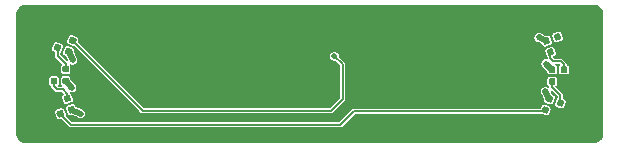
<source format=gbr>
%TF.GenerationSoftware,KiCad,Pcbnew,9.0.0-rc3*%
%TF.CreationDate,2025-06-04T22:11:30-04:00*%
%TF.ProjectId,rgb_led,7267625f-6c65-4642-9e6b-696361645f70,rev?*%
%TF.SameCoordinates,Original*%
%TF.FileFunction,Copper,L2,Bot*%
%TF.FilePolarity,Positive*%
%FSLAX46Y46*%
G04 Gerber Fmt 4.6, Leading zero omitted, Abs format (unit mm)*
G04 Created by KiCad (PCBNEW 9.0.0-rc3) date 2025-06-04 22:11:30*
%MOMM*%
%LPD*%
G01*
G04 APERTURE LIST*
%TA.AperFunction,ViaPad*%
%ADD10C,0.508000*%
%TD*%
%TA.AperFunction,Conductor*%
%ADD11C,0.500000*%
%TD*%
%TA.AperFunction,Conductor*%
%ADD12C,0.200000*%
%TD*%
G04 APERTURE END LIST*
%TA.AperFunction,SMDPad,CuDef*%
G36*
G01*
X123876311Y-90813628D02*
X124007989Y-91175410D01*
G75*
G02*
X123958681Y-91281152I-77525J-28217D01*
G01*
X123596899Y-91412830D01*
G75*
G02*
X123491157Y-91363522I-28217J77525D01*
G01*
X123359479Y-91001740D01*
G75*
G02*
X123408787Y-90895998I77525J28217D01*
G01*
X123770569Y-90764320D01*
G75*
G02*
X123876311Y-90813628I28217J-77525D01*
G01*
G37*
%TD.AperFunction*%
%TA.AperFunction,SMDPad,CuDef*%
G36*
G01*
X124218331Y-91753320D02*
X124350009Y-92115102D01*
G75*
G02*
X124300701Y-92220844I-77525J-28217D01*
G01*
X123938919Y-92352522D01*
G75*
G02*
X123833177Y-92303214I-28217J77525D01*
G01*
X123701499Y-91941432D01*
G75*
G02*
X123750807Y-91835690I77525J28217D01*
G01*
X124112589Y-91704012D01*
G75*
G02*
X124218331Y-91753320I28217J-77525D01*
G01*
G37*
%TD.AperFunction*%
%TA.AperFunction,SMDPad,CuDef*%
G36*
G01*
X123278639Y-92095340D02*
X123410317Y-92457122D01*
G75*
G02*
X123361009Y-92562864I-77525J-28217D01*
G01*
X122999227Y-92694542D01*
G75*
G02*
X122893485Y-92645234I-28217J77525D01*
G01*
X122761807Y-92283452D01*
G75*
G02*
X122811115Y-92177710I77525J28217D01*
G01*
X123172897Y-92046032D01*
G75*
G02*
X123278639Y-92095340I28217J-77525D01*
G01*
G37*
%TD.AperFunction*%
%TA.AperFunction,SMDPad,CuDef*%
G36*
G01*
X122936619Y-91155648D02*
X123068297Y-91517430D01*
G75*
G02*
X123018989Y-91623172I-77525J-28217D01*
G01*
X122657207Y-91754850D01*
G75*
G02*
X122551465Y-91705542I-28217J77525D01*
G01*
X122419787Y-91343760D01*
G75*
G02*
X122469095Y-91238018I77525J28217D01*
G01*
X122830877Y-91106340D01*
G75*
G02*
X122936619Y-91155648I28217J-77525D01*
G01*
G37*
%TD.AperFunction*%
%TA.AperFunction,SMDPad,CuDef*%
G36*
G01*
X123816726Y-88400193D02*
X123816726Y-88785193D01*
G75*
G02*
X123734226Y-88867693I-82500J0D01*
G01*
X123349226Y-88867693D01*
G75*
G02*
X123266726Y-88785193I0J82500D01*
G01*
X123266726Y-88400193D01*
G75*
G02*
X123349226Y-88317693I82500J0D01*
G01*
X123734226Y-88317693D01*
G75*
G02*
X123816726Y-88400193I0J-82500D01*
G01*
G37*
%TD.AperFunction*%
%TA.AperFunction,SMDPad,CuDef*%
G36*
G01*
X123816726Y-89400193D02*
X123816726Y-89785193D01*
G75*
G02*
X123734226Y-89867693I-82500J0D01*
G01*
X123349226Y-89867693D01*
G75*
G02*
X123266726Y-89785193I0J82500D01*
G01*
X123266726Y-89400193D01*
G75*
G02*
X123349226Y-89317693I82500J0D01*
G01*
X123734226Y-89317693D01*
G75*
G02*
X123816726Y-89400193I0J-82500D01*
G01*
G37*
%TD.AperFunction*%
%TA.AperFunction,SMDPad,CuDef*%
G36*
G01*
X122816726Y-89400193D02*
X122816726Y-89785193D01*
G75*
G02*
X122734226Y-89867693I-82500J0D01*
G01*
X122349226Y-89867693D01*
G75*
G02*
X122266726Y-89785193I0J82500D01*
G01*
X122266726Y-89400193D01*
G75*
G02*
X122349226Y-89317693I82500J0D01*
G01*
X122734226Y-89317693D01*
G75*
G02*
X122816726Y-89400193I0J-82500D01*
G01*
G37*
%TD.AperFunction*%
%TA.AperFunction,SMDPad,CuDef*%
G36*
G01*
X122816726Y-88400193D02*
X122816726Y-88785193D01*
G75*
G02*
X122734226Y-88867693I-82500J0D01*
G01*
X122349226Y-88867693D01*
G75*
G02*
X122266726Y-88785193I0J82500D01*
G01*
X122266726Y-88400193D01*
G75*
G02*
X122349226Y-88317693I82500J0D01*
G01*
X122734226Y-88317693D01*
G75*
G02*
X122816726Y-88400193I0J-82500D01*
G01*
G37*
%TD.AperFunction*%
%TA.AperFunction,SMDPad,CuDef*%
G36*
G01*
X163819835Y-92141256D02*
X163951513Y-91779474D01*
G75*
G02*
X164057255Y-91730166I77525J-28217D01*
G01*
X164419037Y-91861844D01*
G75*
G02*
X164468345Y-91967586I-28217J-77525D01*
G01*
X164336667Y-92329368D01*
G75*
G02*
X164230925Y-92378676I-77525J28217D01*
G01*
X163869143Y-92246998D01*
G75*
G02*
X163819835Y-92141256I28217J77525D01*
G01*
G37*
%TD.AperFunction*%
%TA.AperFunction,SMDPad,CuDef*%
G36*
G01*
X164161855Y-91201564D02*
X164293533Y-90839782D01*
G75*
G02*
X164399275Y-90790474I77525J-28217D01*
G01*
X164761057Y-90922152D01*
G75*
G02*
X164810365Y-91027894I-28217J-77525D01*
G01*
X164678687Y-91389676D01*
G75*
G02*
X164572945Y-91438984I-77525J28217D01*
G01*
X164211163Y-91307306D01*
G75*
G02*
X164161855Y-91201564I28217J77525D01*
G01*
G37*
%TD.AperFunction*%
%TA.AperFunction,SMDPad,CuDef*%
G36*
G01*
X165101547Y-91543584D02*
X165233225Y-91181802D01*
G75*
G02*
X165338967Y-91132494I77525J-28217D01*
G01*
X165700749Y-91264172D01*
G75*
G02*
X165750057Y-91369914I-28217J-77525D01*
G01*
X165618379Y-91731696D01*
G75*
G02*
X165512637Y-91781004I-77525J28217D01*
G01*
X165150855Y-91649326D01*
G75*
G02*
X165101547Y-91543584I28217J77525D01*
G01*
G37*
%TD.AperFunction*%
%TA.AperFunction,SMDPad,CuDef*%
G36*
G01*
X164759527Y-92483276D02*
X164891205Y-92121494D01*
G75*
G02*
X164996947Y-92072186I77525J-28217D01*
G01*
X165358729Y-92203864D01*
G75*
G02*
X165408037Y-92309606I-28217J-77525D01*
G01*
X165276359Y-92671388D01*
G75*
G02*
X165170617Y-92720696I-77525J28217D01*
G01*
X164808835Y-92589018D01*
G75*
G02*
X164759527Y-92483276I28217J77525D01*
G01*
G37*
%TD.AperFunction*%
%TA.AperFunction,SMDPad,CuDef*%
G36*
G01*
X164450912Y-89837498D02*
X164450912Y-89452498D01*
G75*
G02*
X164533412Y-89369998I82500J0D01*
G01*
X164918412Y-89369998D01*
G75*
G02*
X165000912Y-89452498I0J-82500D01*
G01*
X165000912Y-89837498D01*
G75*
G02*
X164918412Y-89919998I-82500J0D01*
G01*
X164533412Y-89919998D01*
G75*
G02*
X164450912Y-89837498I0J82500D01*
G01*
G37*
%TD.AperFunction*%
%TA.AperFunction,SMDPad,CuDef*%
G36*
G01*
X164450912Y-88837498D02*
X164450912Y-88452498D01*
G75*
G02*
X164533412Y-88369998I82500J0D01*
G01*
X164918412Y-88369998D01*
G75*
G02*
X165000912Y-88452498I0J-82500D01*
G01*
X165000912Y-88837498D01*
G75*
G02*
X164918412Y-88919998I-82500J0D01*
G01*
X164533412Y-88919998D01*
G75*
G02*
X164450912Y-88837498I0J82500D01*
G01*
G37*
%TD.AperFunction*%
%TA.AperFunction,SMDPad,CuDef*%
G36*
G01*
X165450912Y-88837498D02*
X165450912Y-88452498D01*
G75*
G02*
X165533412Y-88369998I82500J0D01*
G01*
X165918412Y-88369998D01*
G75*
G02*
X166000912Y-88452498I0J-82500D01*
G01*
X166000912Y-88837498D01*
G75*
G02*
X165918412Y-88919998I-82500J0D01*
G01*
X165533412Y-88919998D01*
G75*
G02*
X165450912Y-88837498I0J82500D01*
G01*
G37*
%TD.AperFunction*%
%TA.AperFunction,SMDPad,CuDef*%
G36*
G01*
X165450912Y-89837498D02*
X165450912Y-89452498D01*
G75*
G02*
X165533412Y-89369998I82500J0D01*
G01*
X165918412Y-89369998D01*
G75*
G02*
X166000912Y-89452498I0J-82500D01*
G01*
X166000912Y-89837498D01*
G75*
G02*
X165918412Y-89919998I-82500J0D01*
G01*
X165533412Y-89919998D01*
G75*
G02*
X165450912Y-89837498I0J82500D01*
G01*
G37*
%TD.AperFunction*%
%TA.AperFunction,SMDPad,CuDef*%
G36*
G01*
X124459641Y-86091787D02*
X124327963Y-86453569D01*
G75*
G02*
X124222221Y-86502877I-77525J28217D01*
G01*
X123860439Y-86371199D01*
G75*
G02*
X123811131Y-86265457I28217J77525D01*
G01*
X123942809Y-85903675D01*
G75*
G02*
X124048551Y-85854367I77525J-28217D01*
G01*
X124410333Y-85986045D01*
G75*
G02*
X124459641Y-86091787I-28217J-77525D01*
G01*
G37*
%TD.AperFunction*%
%TA.AperFunction,SMDPad,CuDef*%
G36*
G01*
X124117621Y-87031479D02*
X123985943Y-87393261D01*
G75*
G02*
X123880201Y-87442569I-77525J28217D01*
G01*
X123518419Y-87310891D01*
G75*
G02*
X123469111Y-87205149I28217J77525D01*
G01*
X123600789Y-86843367D01*
G75*
G02*
X123706531Y-86794059I77525J-28217D01*
G01*
X124068313Y-86925737D01*
G75*
G02*
X124117621Y-87031479I-28217J-77525D01*
G01*
G37*
%TD.AperFunction*%
%TA.AperFunction,SMDPad,CuDef*%
G36*
G01*
X123177929Y-86689459D02*
X123046251Y-87051241D01*
G75*
G02*
X122940509Y-87100549I-77525J28217D01*
G01*
X122578727Y-86968871D01*
G75*
G02*
X122529419Y-86863129I28217J77525D01*
G01*
X122661097Y-86501347D01*
G75*
G02*
X122766839Y-86452039I77525J-28217D01*
G01*
X123128621Y-86583717D01*
G75*
G02*
X123177929Y-86689459I-28217J-77525D01*
G01*
G37*
%TD.AperFunction*%
%TA.AperFunction,SMDPad,CuDef*%
G36*
G01*
X123519949Y-85749767D02*
X123388271Y-86111549D01*
G75*
G02*
X123282529Y-86160857I-77525J28217D01*
G01*
X122920747Y-86029179D01*
G75*
G02*
X122871439Y-85923437I28217J77525D01*
G01*
X123003117Y-85561655D01*
G75*
G02*
X123108859Y-85512347I77525J-28217D01*
G01*
X123470641Y-85644025D01*
G75*
G02*
X123519949Y-85749767I-28217J-77525D01*
G01*
G37*
%TD.AperFunction*%
%TA.AperFunction,SMDPad,CuDef*%
G36*
G01*
X164381820Y-87432902D02*
X164250142Y-87071120D01*
G75*
G02*
X164299450Y-86965378I77525J28217D01*
G01*
X164661232Y-86833700D01*
G75*
G02*
X164766974Y-86883008I28217J-77525D01*
G01*
X164898652Y-87244790D01*
G75*
G02*
X164849344Y-87350532I-77525J-28217D01*
G01*
X164487562Y-87482210D01*
G75*
G02*
X164381820Y-87432902I-28217J77525D01*
G01*
G37*
%TD.AperFunction*%
%TA.AperFunction,SMDPad,CuDef*%
G36*
G01*
X164039800Y-86493210D02*
X163908122Y-86131428D01*
G75*
G02*
X163957430Y-86025686I77525J28217D01*
G01*
X164319212Y-85894008D01*
G75*
G02*
X164424954Y-85943316I28217J-77525D01*
G01*
X164556632Y-86305098D01*
G75*
G02*
X164507324Y-86410840I-77525J-28217D01*
G01*
X164145542Y-86542518D01*
G75*
G02*
X164039800Y-86493210I-28217J77525D01*
G01*
G37*
%TD.AperFunction*%
%TA.AperFunction,SMDPad,CuDef*%
G36*
G01*
X164979492Y-86151190D02*
X164847814Y-85789408D01*
G75*
G02*
X164897122Y-85683666I77525J28217D01*
G01*
X165258904Y-85551988D01*
G75*
G02*
X165364646Y-85601296I28217J-77525D01*
G01*
X165496324Y-85963078D01*
G75*
G02*
X165447016Y-86068820I-77525J-28217D01*
G01*
X165085234Y-86200498D01*
G75*
G02*
X164979492Y-86151190I-28217J77525D01*
G01*
G37*
%TD.AperFunction*%
%TA.AperFunction,SMDPad,CuDef*%
G36*
G01*
X165321512Y-87090882D02*
X165189834Y-86729100D01*
G75*
G02*
X165239142Y-86623358I77525J28217D01*
G01*
X165600924Y-86491680D01*
G75*
G02*
X165706666Y-86540988I28217J-77525D01*
G01*
X165838344Y-86902770D01*
G75*
G02*
X165789036Y-87008512I-77525J-28217D01*
G01*
X165427254Y-87140190D01*
G75*
G02*
X165321512Y-87090882I-28217J77525D01*
G01*
G37*
%TD.AperFunction*%
D10*
X164188897Y-88118593D03*
X124069891Y-90157297D03*
X124794451Y-92358275D03*
X163599999Y-85900001D03*
X124138488Y-87833574D03*
X164163737Y-90456917D03*
X165428391Y-93140125D03*
X122799999Y-85100001D03*
X121981970Y-88047940D03*
X142999999Y-86400001D03*
X166299999Y-90200001D03*
X122020276Y-91105586D03*
X142069999Y-84200001D03*
X166199999Y-87100001D03*
X144200000Y-89000000D03*
X146296203Y-87492995D03*
D11*
X124138488Y-87833574D02*
X123793366Y-87118314D01*
X163599999Y-85900001D02*
X164232377Y-86218263D01*
X164163737Y-90456917D02*
X164486110Y-91114729D01*
X124069891Y-90157297D02*
X123541726Y-89592693D01*
X164188897Y-88118593D02*
X164725912Y-88644998D01*
X124794451Y-92358275D02*
X124025754Y-92028267D01*
X122020276Y-91105586D02*
X122744042Y-91430595D01*
X121981970Y-88047940D02*
X122541726Y-88592693D01*
X165428391Y-93140125D02*
X165083782Y-92396441D01*
X166199999Y-87100001D02*
X165514089Y-86815935D01*
X166299999Y-90200001D02*
X165725912Y-89644998D01*
X122799999Y-85100001D02*
X123195694Y-85836602D01*
D12*
X124135386Y-86178622D02*
X130056765Y-92100001D01*
X130056765Y-92100001D02*
X145999999Y-92100001D01*
X145999999Y-92100001D02*
X146999999Y-91100001D01*
X146999999Y-88196791D02*
X146296203Y-87492995D01*
X146999999Y-91100001D02*
X146999999Y-88196791D01*
X122853674Y-86776294D02*
X122853674Y-87453676D01*
X122853674Y-87453676D02*
X123541726Y-88141728D01*
X123541726Y-88141728D02*
X123541726Y-88592693D01*
X122541726Y-89592693D02*
X122541726Y-90041728D01*
X123299999Y-90300001D02*
X123683734Y-90683736D01*
X122799999Y-90300001D02*
X123299999Y-90300001D01*
X122541726Y-90041728D02*
X122799999Y-90300001D01*
X123683734Y-90683736D02*
X123683734Y-91088575D01*
X146799999Y-93300001D02*
X147927389Y-92172611D01*
X147927389Y-92172611D02*
X164025900Y-92172611D01*
X124015776Y-93300001D02*
X146799999Y-93300001D01*
X123086062Y-92370287D02*
X124015776Y-93300001D01*
X164025900Y-92172611D02*
X164144090Y-92054421D01*
X165425802Y-90825804D02*
X164725912Y-90125914D01*
X165425802Y-91456749D02*
X165425802Y-90825804D01*
X164725912Y-90125914D02*
X164725912Y-89644998D01*
X164830526Y-87930528D02*
X164574397Y-87674399D01*
X165725912Y-88644998D02*
X165725912Y-88187226D01*
X164574397Y-87674399D02*
X164574397Y-87157955D01*
X165469214Y-87930528D02*
X164830526Y-87930528D01*
X165725912Y-88187226D02*
X165469214Y-87930528D01*
%TA.AperFunction,Conductor*%
G36*
X168170898Y-83127501D02*
G01*
X168196931Y-83127501D01*
X168203055Y-83127802D01*
X168364091Y-83143662D01*
X168376100Y-83146051D01*
X168528007Y-83192131D01*
X168539317Y-83196816D01*
X168679303Y-83271640D01*
X168689491Y-83278447D01*
X168812191Y-83379145D01*
X168820854Y-83387808D01*
X168921552Y-83510508D01*
X168928359Y-83520696D01*
X169003181Y-83660678D01*
X169007870Y-83671997D01*
X169053947Y-83823895D01*
X169056337Y-83835912D01*
X169072198Y-83996943D01*
X169072499Y-84003069D01*
X169072500Y-93970899D01*
X169072500Y-93996930D01*
X169072199Y-94003056D01*
X169056338Y-94164088D01*
X169053948Y-94176105D01*
X169007871Y-94328002D01*
X169003182Y-94339321D01*
X168928358Y-94479307D01*
X168921551Y-94489494D01*
X168820856Y-94612192D01*
X168812192Y-94620856D01*
X168689494Y-94721551D01*
X168679307Y-94728358D01*
X168539321Y-94803182D01*
X168528002Y-94807871D01*
X168376105Y-94853948D01*
X168364088Y-94856338D01*
X168203056Y-94872199D01*
X168196930Y-94872500D01*
X120203070Y-94872500D01*
X120196944Y-94872199D01*
X120035911Y-94856338D01*
X120023894Y-94853948D01*
X119871997Y-94807871D01*
X119860678Y-94803182D01*
X119720692Y-94728358D01*
X119710505Y-94721551D01*
X119587807Y-94620856D01*
X119579143Y-94612192D01*
X119478445Y-94489490D01*
X119471644Y-94479311D01*
X119396815Y-94339317D01*
X119392130Y-94328007D01*
X119346050Y-94176101D01*
X119343661Y-94164088D01*
X119337215Y-94098643D01*
X119327801Y-94003056D01*
X119327500Y-93996930D01*
X119327500Y-92245896D01*
X122625422Y-92245896D01*
X122634923Y-92307624D01*
X122634923Y-92307626D01*
X122634924Y-92307627D01*
X122780747Y-92708271D01*
X122813149Y-92761671D01*
X122843317Y-92783790D01*
X122880522Y-92811069D01*
X122961671Y-92830927D01*
X123023399Y-92821426D01*
X123126799Y-92783790D01*
X123174588Y-92785876D01*
X123192369Y-92798327D01*
X123822911Y-93428869D01*
X123886908Y-93492866D01*
X123886909Y-93492866D01*
X123886911Y-93492868D01*
X123970520Y-93527500D01*
X123970523Y-93527501D01*
X146845252Y-93527501D01*
X146873123Y-93515956D01*
X146928863Y-93492868D01*
X146928863Y-93492867D01*
X146928867Y-93492866D01*
X148003316Y-92418417D01*
X148047510Y-92400111D01*
X163906014Y-92400111D01*
X163927390Y-92403880D01*
X163970718Y-92419650D01*
X164206753Y-92505559D01*
X164268481Y-92515061D01*
X164349630Y-92495203D01*
X164417004Y-92445804D01*
X164449403Y-92392411D01*
X164595228Y-91991758D01*
X164604730Y-91930030D01*
X164584872Y-91848881D01*
X164535473Y-91781507D01*
X164535470Y-91781505D01*
X164535469Y-91781504D01*
X164482080Y-91749108D01*
X164081426Y-91603282D01*
X164019703Y-91593781D01*
X164019698Y-91593781D01*
X163938549Y-91613639D01*
X163871178Y-91663036D01*
X163871173Y-91663041D01*
X163838777Y-91716430D01*
X163770513Y-91903987D01*
X163738196Y-91939255D01*
X163711782Y-91945111D01*
X147882133Y-91945111D01*
X147805695Y-91976773D01*
X147805696Y-91976774D01*
X147798521Y-91979745D01*
X147798519Y-91979747D01*
X146724072Y-93054195D01*
X146679878Y-93072501D01*
X124135897Y-93072501D01*
X124091703Y-93054195D01*
X123563808Y-92526300D01*
X123546230Y-92491616D01*
X123537201Y-92432950D01*
X123391375Y-92032299D01*
X123358976Y-91978904D01*
X123358974Y-91978902D01*
X123330061Y-91957703D01*
X123291602Y-91929505D01*
X123210453Y-91909647D01*
X123148725Y-91919148D01*
X123148723Y-91919148D01*
X123148721Y-91919149D01*
X122748077Y-92064972D01*
X122694677Y-92097374D01*
X122645280Y-92164746D01*
X122629589Y-92228869D01*
X122625422Y-92245896D01*
X119327500Y-92245896D01*
X119327500Y-91903876D01*
X123565114Y-91903876D01*
X123574615Y-91965604D01*
X123574615Y-91965606D01*
X123574616Y-91965607D01*
X123720439Y-92366251D01*
X123720440Y-92366253D01*
X123720441Y-92366255D01*
X123746077Y-92408504D01*
X123752841Y-92419651D01*
X123786527Y-92444349D01*
X123820214Y-92469049D01*
X123901363Y-92488907D01*
X123963091Y-92479406D01*
X123963095Y-92479404D01*
X123963098Y-92479404D01*
X123963100Y-92479403D01*
X124024557Y-92457034D01*
X124070590Y-92458333D01*
X124383160Y-92592522D01*
X124548604Y-92663549D01*
X124590430Y-92681505D01*
X124597023Y-92684809D01*
X124627132Y-92702191D01*
X124647197Y-92713776D01*
X124706576Y-92729686D01*
X124744221Y-92739774D01*
X124744224Y-92739774D01*
X124744226Y-92739775D01*
X124744227Y-92739775D01*
X124844675Y-92739775D01*
X124844676Y-92739775D01*
X124941705Y-92713776D01*
X125028698Y-92663551D01*
X125099727Y-92592522D01*
X125149952Y-92505529D01*
X125175951Y-92408500D01*
X125175951Y-92308050D01*
X125171882Y-92292866D01*
X125154734Y-92228869D01*
X125149952Y-92211021D01*
X125099727Y-92124028D01*
X125028698Y-92052999D01*
X124941705Y-92002774D01*
X124941702Y-92002772D01*
X124897085Y-91990817D01*
X124888606Y-91987878D01*
X124381024Y-91769969D01*
X124347636Y-91735714D01*
X124346949Y-91733914D01*
X124331068Y-91690282D01*
X124331067Y-91690279D01*
X124298668Y-91636884D01*
X124298666Y-91636882D01*
X124231294Y-91587485D01*
X124150145Y-91567627D01*
X124088417Y-91577128D01*
X124088415Y-91577128D01*
X124088413Y-91577129D01*
X123687769Y-91722952D01*
X123634369Y-91755354D01*
X123584972Y-91822726D01*
X123566667Y-91897531D01*
X123565114Y-91903876D01*
X119327500Y-91903876D01*
X119327500Y-89379509D01*
X122139226Y-89379509D01*
X122139226Y-89805873D01*
X122139227Y-89805877D01*
X122151409Y-89867129D01*
X122151410Y-89867131D01*
X122197825Y-89936594D01*
X122267288Y-89983009D01*
X122267292Y-89983009D01*
X122272973Y-89985363D01*
X122271990Y-89987735D01*
X122303684Y-90008901D01*
X122314226Y-90043637D01*
X122314226Y-90086983D01*
X122348858Y-90170592D01*
X122348860Y-90170595D01*
X122348861Y-90170596D01*
X122607134Y-90428869D01*
X122671131Y-90492866D01*
X122671132Y-90492866D01*
X122671134Y-90492868D01*
X122754743Y-90527500D01*
X122754746Y-90527501D01*
X123179878Y-90527501D01*
X123224072Y-90545807D01*
X123361606Y-90683341D01*
X123379912Y-90727535D01*
X123361606Y-90771729D01*
X123348131Y-90781275D01*
X123348371Y-90781670D01*
X123345749Y-90783260D01*
X123345746Y-90783262D01*
X123304192Y-90808475D01*
X123292349Y-90815662D01*
X123242952Y-90883034D01*
X123242952Y-90883035D01*
X123223094Y-90964184D01*
X123232595Y-91025912D01*
X123232595Y-91025914D01*
X123232596Y-91025915D01*
X123378419Y-91426559D01*
X123378420Y-91426561D01*
X123378421Y-91426563D01*
X123410820Y-91479958D01*
X123478194Y-91529357D01*
X123559343Y-91549215D01*
X123621071Y-91539714D01*
X124021722Y-91393888D01*
X124075117Y-91361489D01*
X124124516Y-91294115D01*
X124144374Y-91212966D01*
X124134873Y-91151238D01*
X123989047Y-90750587D01*
X123956648Y-90697192D01*
X123956300Y-90696937D01*
X123936752Y-90682604D01*
X123914857Y-90653241D01*
X123911234Y-90643106D01*
X123911234Y-90638483D01*
X123899161Y-90609337D01*
X123898641Y-90607882D01*
X123899750Y-90585421D01*
X123899750Y-90562924D01*
X123900919Y-90561754D01*
X123901001Y-90560105D01*
X123917664Y-90545009D01*
X123933575Y-90529100D01*
X123935356Y-90528983D01*
X123936453Y-90527990D01*
X123944469Y-90528385D01*
X123973668Y-90526472D01*
X123983477Y-90529100D01*
X124019661Y-90538796D01*
X124019664Y-90538796D01*
X124019666Y-90538797D01*
X124019667Y-90538797D01*
X124120115Y-90538797D01*
X124120116Y-90538797D01*
X124217145Y-90512798D01*
X124304138Y-90462573D01*
X124375167Y-90391544D01*
X124425392Y-90304551D01*
X124451391Y-90207522D01*
X124451391Y-90107072D01*
X124450022Y-90101964D01*
X124438150Y-90057655D01*
X124425392Y-90010043D01*
X124375167Y-89923050D01*
X124304138Y-89852021D01*
X124304137Y-89852020D01*
X124300886Y-89849525D01*
X124301107Y-89849235D01*
X124291497Y-89841602D01*
X123961083Y-89488392D01*
X123944225Y-89445695D01*
X123944225Y-89379512D01*
X123944225Y-89379510D01*
X123932042Y-89318255D01*
X123885627Y-89248792D01*
X123816164Y-89202377D01*
X123816163Y-89202376D01*
X123767092Y-89192616D01*
X123754909Y-89190193D01*
X123754908Y-89190193D01*
X123328545Y-89190193D01*
X123328541Y-89190194D01*
X123267289Y-89202376D01*
X123267288Y-89202377D01*
X123197825Y-89248792D01*
X123151409Y-89318255D01*
X123139226Y-89379509D01*
X123139226Y-89805873D01*
X123139227Y-89805877D01*
X123151409Y-89867129D01*
X123151410Y-89867131D01*
X123197825Y-89936594D01*
X123229912Y-89958034D01*
X123256487Y-89997808D01*
X123247155Y-90044725D01*
X123207381Y-90071300D01*
X123195188Y-90072501D01*
X122920120Y-90072501D01*
X122875926Y-90054195D01*
X122863166Y-90041435D01*
X122844860Y-89997241D01*
X122863166Y-89953047D01*
X122872637Y-89945274D01*
X122874544Y-89943999D01*
X122885627Y-89936594D01*
X122932042Y-89867131D01*
X122944226Y-89805876D01*
X122944225Y-89379511D01*
X122932042Y-89318255D01*
X122885627Y-89248792D01*
X122816164Y-89202377D01*
X122816163Y-89202376D01*
X122767092Y-89192616D01*
X122754909Y-89190193D01*
X122754908Y-89190193D01*
X122328545Y-89190193D01*
X122328541Y-89190194D01*
X122267289Y-89202376D01*
X122267288Y-89202377D01*
X122197825Y-89248792D01*
X122151409Y-89318255D01*
X122139226Y-89379509D01*
X119327500Y-89379509D01*
X119327500Y-86900680D01*
X122393034Y-86900680D01*
X122393034Y-86900685D01*
X122412892Y-86981834D01*
X122462291Y-87049208D01*
X122462293Y-87049209D01*
X122462294Y-87049210D01*
X122472909Y-87055651D01*
X122515684Y-87081607D01*
X122580394Y-87105159D01*
X122585049Y-87106853D01*
X122620318Y-87139170D01*
X122626174Y-87165584D01*
X122626174Y-87498931D01*
X122660806Y-87582540D01*
X122660810Y-87582545D01*
X123221442Y-88143177D01*
X123239748Y-88187371D01*
X123221442Y-88231565D01*
X123211974Y-88239336D01*
X123197826Y-88248790D01*
X123151409Y-88318255D01*
X123139226Y-88379509D01*
X123139226Y-88805873D01*
X123139227Y-88805877D01*
X123151409Y-88867129D01*
X123151410Y-88867131D01*
X123197825Y-88936594D01*
X123267288Y-88983009D01*
X123328543Y-88995193D01*
X123754908Y-88995192D01*
X123816164Y-88983009D01*
X123885627Y-88936594D01*
X123932042Y-88867131D01*
X123944226Y-88805876D01*
X123944225Y-88379511D01*
X123932042Y-88318255D01*
X123920576Y-88301095D01*
X123903258Y-88275177D01*
X123893925Y-88228261D01*
X123920500Y-88188487D01*
X123967416Y-88179154D01*
X123986471Y-88186325D01*
X123991234Y-88189075D01*
X124050613Y-88204985D01*
X124088258Y-88215073D01*
X124088261Y-88215073D01*
X124088263Y-88215074D01*
X124088264Y-88215074D01*
X124188712Y-88215074D01*
X124188713Y-88215074D01*
X124285742Y-88189075D01*
X124372735Y-88138850D01*
X124443764Y-88067821D01*
X124493989Y-87980828D01*
X124519988Y-87883799D01*
X124519988Y-87783349D01*
X124493989Y-87686320D01*
X124450054Y-87610222D01*
X124447896Y-87606143D01*
X124439204Y-87588128D01*
X124229207Y-87152915D01*
X124226490Y-87105159D01*
X124226768Y-87104378D01*
X124244502Y-87055656D01*
X124244504Y-87055651D01*
X124254006Y-86993923D01*
X124234148Y-86912774D01*
X124184749Y-86845400D01*
X124184746Y-86845398D01*
X124184745Y-86845397D01*
X124131356Y-86813001D01*
X123730702Y-86667175D01*
X123668979Y-86657674D01*
X123668974Y-86657674D01*
X123587825Y-86677532D01*
X123520454Y-86726929D01*
X123520449Y-86726934D01*
X123488053Y-86780323D01*
X123342227Y-87180977D01*
X123332726Y-87242700D01*
X123332726Y-87242705D01*
X123352584Y-87323854D01*
X123401983Y-87391228D01*
X123455376Y-87423627D01*
X123511757Y-87444147D01*
X123546669Y-87475716D01*
X123620702Y-87629146D01*
X123712065Y-87818495D01*
X123714783Y-87866253D01*
X123682936Y-87901946D01*
X123635178Y-87904664D01*
X123611581Y-87889850D01*
X123099480Y-87377749D01*
X123081174Y-87333555D01*
X123081174Y-87232648D01*
X123099480Y-87188454D01*
X123106712Y-87182249D01*
X123126588Y-87167677D01*
X123158987Y-87114284D01*
X123304812Y-86713631D01*
X123314314Y-86651903D01*
X123294456Y-86570754D01*
X123245057Y-86503380D01*
X123245054Y-86503378D01*
X123245053Y-86503377D01*
X123191664Y-86470981D01*
X122882129Y-86358320D01*
X122791010Y-86325155D01*
X122729287Y-86315654D01*
X122729282Y-86315654D01*
X122648133Y-86335512D01*
X122580762Y-86384909D01*
X122580757Y-86384914D01*
X122548361Y-86438303D01*
X122402535Y-86838957D01*
X122393034Y-86900680D01*
X119327500Y-86900680D01*
X119327500Y-86303008D01*
X123674746Y-86303008D01*
X123674746Y-86303013D01*
X123694604Y-86384162D01*
X123744003Y-86451536D01*
X123797396Y-86483935D01*
X124198049Y-86629760D01*
X124256716Y-86638790D01*
X124291399Y-86656368D01*
X129863900Y-92228869D01*
X129927897Y-92292866D01*
X129927898Y-92292866D01*
X129927900Y-92292868D01*
X130011509Y-92327500D01*
X130011512Y-92327501D01*
X146045252Y-92327501D01*
X146092210Y-92308050D01*
X146128863Y-92292868D01*
X146128863Y-92292867D01*
X146128867Y-92292866D01*
X147192865Y-91228869D01*
X147227499Y-91145253D01*
X147227499Y-91054748D01*
X147227499Y-90406687D01*
X163782237Y-90406687D01*
X163782237Y-90507146D01*
X163808235Y-90604168D01*
X163808237Y-90604173D01*
X163855275Y-90685647D01*
X163857271Y-90689392D01*
X164049455Y-91081551D01*
X164052465Y-91129292D01*
X164052063Y-91130430D01*
X164034972Y-91177388D01*
X164034971Y-91177392D01*
X164025470Y-91239115D01*
X164025470Y-91239120D01*
X164045328Y-91320269D01*
X164094727Y-91387643D01*
X164148120Y-91420042D01*
X164548773Y-91565867D01*
X164610501Y-91575369D01*
X164691650Y-91555511D01*
X164759024Y-91506112D01*
X164791423Y-91452719D01*
X164937248Y-91052066D01*
X164946750Y-90990338D01*
X164926892Y-90909189D01*
X164877493Y-90841815D01*
X164877490Y-90841813D01*
X164877489Y-90841812D01*
X164824096Y-90809413D01*
X164765950Y-90788249D01*
X164731204Y-90757023D01*
X164656294Y-90604168D01*
X164604278Y-90498028D01*
X164601269Y-90450288D01*
X164632898Y-90414402D01*
X164680639Y-90411392D01*
X164704596Y-90426331D01*
X165179996Y-90901731D01*
X165198302Y-90945925D01*
X165198302Y-91000393D01*
X165179996Y-91044587D01*
X165172759Y-91050796D01*
X165152888Y-91065365D01*
X165152885Y-91065369D01*
X165120489Y-91118758D01*
X164974663Y-91519412D01*
X164965162Y-91581135D01*
X164965162Y-91581140D01*
X164985020Y-91662289D01*
X165034419Y-91729663D01*
X165034421Y-91729664D01*
X165034422Y-91729665D01*
X165044391Y-91735714D01*
X165087812Y-91762062D01*
X165488465Y-91907887D01*
X165550193Y-91917389D01*
X165631342Y-91897531D01*
X165698716Y-91848132D01*
X165731115Y-91794739D01*
X165876940Y-91394086D01*
X165886442Y-91332358D01*
X165866584Y-91251209D01*
X165817185Y-91183835D01*
X165817182Y-91183833D01*
X165817181Y-91183832D01*
X165763793Y-91151436D01*
X165694425Y-91126188D01*
X165659158Y-91093870D01*
X165653302Y-91067457D01*
X165653302Y-90780553D01*
X165653301Y-90780549D01*
X165645698Y-90762193D01*
X165618774Y-90697192D01*
X165618668Y-90696936D01*
X165028241Y-90106509D01*
X165009935Y-90062315D01*
X165028241Y-90018121D01*
X165037706Y-90010352D01*
X165069813Y-89988899D01*
X165116228Y-89919436D01*
X165128412Y-89858181D01*
X165128411Y-89431816D01*
X165116228Y-89370560D01*
X165069813Y-89301097D01*
X165000350Y-89254682D01*
X165000349Y-89254681D01*
X164951278Y-89244921D01*
X164939095Y-89242498D01*
X164939094Y-89242498D01*
X164512731Y-89242498D01*
X164512727Y-89242499D01*
X164451475Y-89254681D01*
X164451474Y-89254682D01*
X164382011Y-89301097D01*
X164335595Y-89370560D01*
X164323412Y-89431814D01*
X164323412Y-89858178D01*
X164323413Y-89858182D01*
X164335595Y-89919434D01*
X164335596Y-89919436D01*
X164382011Y-89988899D01*
X164451474Y-90035314D01*
X164451478Y-90035314D01*
X164457159Y-90037668D01*
X164456176Y-90040040D01*
X164463256Y-90044768D01*
X164480106Y-90051748D01*
X164482552Y-90057655D01*
X164487870Y-90061206D01*
X164498412Y-90095942D01*
X164498412Y-90101964D01*
X164480106Y-90146158D01*
X164435912Y-90164464D01*
X164401963Y-90152942D01*
X164401532Y-90153690D01*
X164397985Y-90151642D01*
X164397984Y-90151641D01*
X164310991Y-90101416D01*
X164310990Y-90101415D01*
X164310989Y-90101415D01*
X164213966Y-90075417D01*
X164213962Y-90075417D01*
X164113512Y-90075417D01*
X164113507Y-90075417D01*
X164016485Y-90101415D01*
X164016483Y-90101415D01*
X163929488Y-90151642D01*
X163858462Y-90222668D01*
X163808235Y-90309663D01*
X163808235Y-90309665D01*
X163782237Y-90406687D01*
X147227499Y-90406687D01*
X147227499Y-88151538D01*
X147223537Y-88141973D01*
X147193047Y-88068363D01*
X163807397Y-88068363D01*
X163807397Y-88168822D01*
X163833395Y-88265844D01*
X163833395Y-88265846D01*
X163883622Y-88352841D01*
X163954650Y-88423869D01*
X163963374Y-88428906D01*
X163975876Y-88438400D01*
X164304663Y-88760690D01*
X164323409Y-88804699D01*
X164323412Y-88805322D01*
X164323412Y-88858177D01*
X164323413Y-88858183D01*
X164335595Y-88919434D01*
X164335596Y-88919436D01*
X164382011Y-88988899D01*
X164451474Y-89035314D01*
X164512729Y-89047498D01*
X164939094Y-89047497D01*
X165000350Y-89035314D01*
X165069813Y-88988899D01*
X165116228Y-88919436D01*
X165128412Y-88858181D01*
X165128411Y-88431816D01*
X165116228Y-88370560D01*
X165069813Y-88301097D01*
X165069811Y-88301096D01*
X165069811Y-88301095D01*
X165027008Y-88272494D01*
X165000433Y-88232720D01*
X165009766Y-88185804D01*
X165049540Y-88159229D01*
X165061732Y-88158028D01*
X165349093Y-88158028D01*
X165393287Y-88176334D01*
X165409709Y-88192756D01*
X165428015Y-88236950D01*
X165409709Y-88281144D01*
X165400239Y-88288916D01*
X165382012Y-88301095D01*
X165335595Y-88370560D01*
X165323412Y-88431814D01*
X165323412Y-88858178D01*
X165323413Y-88858182D01*
X165335595Y-88919434D01*
X165335596Y-88919436D01*
X165382011Y-88988899D01*
X165451474Y-89035314D01*
X165512729Y-89047498D01*
X165939094Y-89047497D01*
X166000350Y-89035314D01*
X166069813Y-88988899D01*
X166116228Y-88919436D01*
X166128412Y-88858181D01*
X166128411Y-88431816D01*
X166116228Y-88370560D01*
X166069813Y-88301097D01*
X166000350Y-88254682D01*
X166000347Y-88254681D01*
X165994662Y-88252326D01*
X165995643Y-88249956D01*
X165963944Y-88228774D01*
X165953412Y-88194053D01*
X165953412Y-88141973D01*
X165953411Y-88141971D01*
X165952117Y-88138848D01*
X165945716Y-88123393D01*
X165918778Y-88058358D01*
X165598082Y-87737663D01*
X165598081Y-87737662D01*
X165598078Y-87737660D01*
X165514469Y-87703028D01*
X165514467Y-87703028D01*
X164950647Y-87703028D01*
X164906453Y-87684722D01*
X164820203Y-87598472D01*
X164801897Y-87554278D01*
X164801897Y-87547245D01*
X164820203Y-87503051D01*
X164843020Y-87488514D01*
X164912385Y-87463268D01*
X164965780Y-87430869D01*
X165015179Y-87363495D01*
X165035037Y-87282346D01*
X165025536Y-87220618D01*
X164879710Y-86819967D01*
X164847311Y-86766572D01*
X164847309Y-86766570D01*
X164779937Y-86717173D01*
X164698788Y-86697315D01*
X164637060Y-86706816D01*
X164637058Y-86706816D01*
X164637056Y-86706817D01*
X164236412Y-86852640D01*
X164183012Y-86885042D01*
X164133615Y-86952414D01*
X164123457Y-86993927D01*
X164113757Y-87033564D01*
X164123258Y-87095292D01*
X164123258Y-87095294D01*
X164123259Y-87095295D01*
X164269082Y-87495939D01*
X164269083Y-87495941D01*
X164269084Y-87495943D01*
X164301483Y-87549338D01*
X164321352Y-87563905D01*
X164323954Y-87568194D01*
X164328591Y-87570115D01*
X164336052Y-87588128D01*
X164346169Y-87604798D01*
X164346897Y-87614309D01*
X164346897Y-87684519D01*
X164328591Y-87728713D01*
X164284397Y-87747019D01*
X164268221Y-87744890D01*
X164260261Y-87742757D01*
X164239122Y-87737093D01*
X164138672Y-87737093D01*
X164138667Y-87737093D01*
X164041645Y-87763091D01*
X164041643Y-87763091D01*
X163954648Y-87813318D01*
X163883622Y-87884344D01*
X163833395Y-87971339D01*
X163833395Y-87971341D01*
X163807397Y-88068363D01*
X147193047Y-88068363D01*
X147192865Y-88067923D01*
X146938259Y-87813317D01*
X146696009Y-87571067D01*
X146677703Y-87526873D01*
X146677703Y-87442771D01*
X146677702Y-87442765D01*
X146663891Y-87391225D01*
X146651704Y-87345741D01*
X146601479Y-87258748D01*
X146530450Y-87187719D01*
X146443457Y-87137494D01*
X146443456Y-87137493D01*
X146443455Y-87137493D01*
X146346432Y-87111495D01*
X146346428Y-87111495D01*
X146245978Y-87111495D01*
X146245973Y-87111495D01*
X146148951Y-87137493D01*
X146148949Y-87137493D01*
X146061954Y-87187720D01*
X145990928Y-87258746D01*
X145940701Y-87345741D01*
X145940701Y-87345743D01*
X145914703Y-87442765D01*
X145914703Y-87543224D01*
X145940701Y-87640246D01*
X145940701Y-87640248D01*
X145940702Y-87640249D01*
X145990927Y-87727242D01*
X146061956Y-87798271D01*
X146148949Y-87848496D01*
X146191729Y-87859959D01*
X146245973Y-87874494D01*
X146245976Y-87874494D01*
X146245978Y-87874495D01*
X146245979Y-87874495D01*
X146330082Y-87874495D01*
X146374276Y-87892801D01*
X146754193Y-88272718D01*
X146772499Y-88316912D01*
X146772499Y-90979879D01*
X146754193Y-91024073D01*
X145924072Y-91854195D01*
X145879878Y-91872501D01*
X130176886Y-91872501D01*
X130132692Y-91854195D01*
X124563426Y-86284929D01*
X124545120Y-86240735D01*
X124548889Y-86219359D01*
X124586524Y-86115959D01*
X124596026Y-86054231D01*
X124576168Y-85973082D01*
X124526769Y-85905708D01*
X124526766Y-85905706D01*
X124526765Y-85905705D01*
X124515902Y-85899113D01*
X124515901Y-85899113D01*
X124473374Y-85873308D01*
X124408706Y-85849771D01*
X163218499Y-85849771D01*
X163218499Y-85950230D01*
X163244497Y-86047252D01*
X163244497Y-86047254D01*
X163269610Y-86090751D01*
X163294723Y-86134248D01*
X163365752Y-86205277D01*
X163452745Y-86255502D01*
X163476293Y-86261811D01*
X163488203Y-86266350D01*
X163588892Y-86317024D01*
X163874150Y-86460588D01*
X163904784Y-86495039D01*
X163927064Y-86556251D01*
X163959463Y-86609646D01*
X164026837Y-86659045D01*
X164107986Y-86678903D01*
X164169714Y-86669402D01*
X164570365Y-86523576D01*
X164623760Y-86491177D01*
X164673159Y-86423803D01*
X164693017Y-86342654D01*
X164683516Y-86280926D01*
X164537690Y-85880275D01*
X164505291Y-85826880D01*
X164505289Y-85826878D01*
X164476376Y-85805679D01*
X164437917Y-85777481D01*
X164356768Y-85757623D01*
X164295040Y-85767123D01*
X164251142Y-85783100D01*
X164203352Y-85781011D01*
X164201671Y-85780196D01*
X164145352Y-85751852D01*
X164711429Y-85751852D01*
X164720930Y-85813580D01*
X164720930Y-85813582D01*
X164720931Y-85813583D01*
X164866754Y-86214227D01*
X164866755Y-86214229D01*
X164866756Y-86214231D01*
X164899155Y-86267626D01*
X164899156Y-86267627D01*
X164922754Y-86284929D01*
X164966529Y-86317025D01*
X165047678Y-86336883D01*
X165109406Y-86327382D01*
X165510057Y-86181556D01*
X165563452Y-86149157D01*
X165612851Y-86081783D01*
X165632709Y-86000634D01*
X165623208Y-85938906D01*
X165477382Y-85538255D01*
X165444983Y-85484860D01*
X165444981Y-85484858D01*
X165377609Y-85435461D01*
X165296460Y-85415603D01*
X165234732Y-85425104D01*
X165234730Y-85425104D01*
X165234728Y-85425105D01*
X164834084Y-85570928D01*
X164780684Y-85603330D01*
X164731287Y-85670702D01*
X164714858Y-85737840D01*
X164711429Y-85751852D01*
X164145352Y-85751852D01*
X163841618Y-85598990D01*
X163837871Y-85596639D01*
X163837794Y-85596774D01*
X163834247Y-85594726D01*
X163834246Y-85594725D01*
X163747253Y-85544500D01*
X163747252Y-85544499D01*
X163747251Y-85544499D01*
X163650228Y-85518501D01*
X163650224Y-85518501D01*
X163549774Y-85518501D01*
X163549769Y-85518501D01*
X163452747Y-85544499D01*
X163452745Y-85544499D01*
X163365750Y-85594726D01*
X163294724Y-85665752D01*
X163244497Y-85752747D01*
X163244497Y-85752749D01*
X163218499Y-85849771D01*
X124408706Y-85849771D01*
X124072722Y-85727483D01*
X124010999Y-85717982D01*
X124010994Y-85717982D01*
X123929845Y-85737840D01*
X123862474Y-85787237D01*
X123862469Y-85787242D01*
X123830073Y-85840631D01*
X123684247Y-86241285D01*
X123674746Y-86303008D01*
X119327500Y-86303008D01*
X119327500Y-84003069D01*
X119327801Y-83996943D01*
X119337215Y-83901358D01*
X119343662Y-83835905D01*
X119346051Y-83823895D01*
X119392131Y-83671988D01*
X119396813Y-83660685D01*
X119471647Y-83520683D01*
X119478441Y-83510514D01*
X119579149Y-83387800D01*
X119587800Y-83379149D01*
X119710514Y-83278441D01*
X119720683Y-83271647D01*
X119860685Y-83196813D01*
X119871988Y-83192131D01*
X120023900Y-83146049D01*
X120035905Y-83143662D01*
X120196943Y-83127801D01*
X120203069Y-83127500D01*
X168158466Y-83127500D01*
X168170897Y-83127500D01*
X168170898Y-83127501D01*
G37*
%TD.AperFunction*%
M02*

</source>
